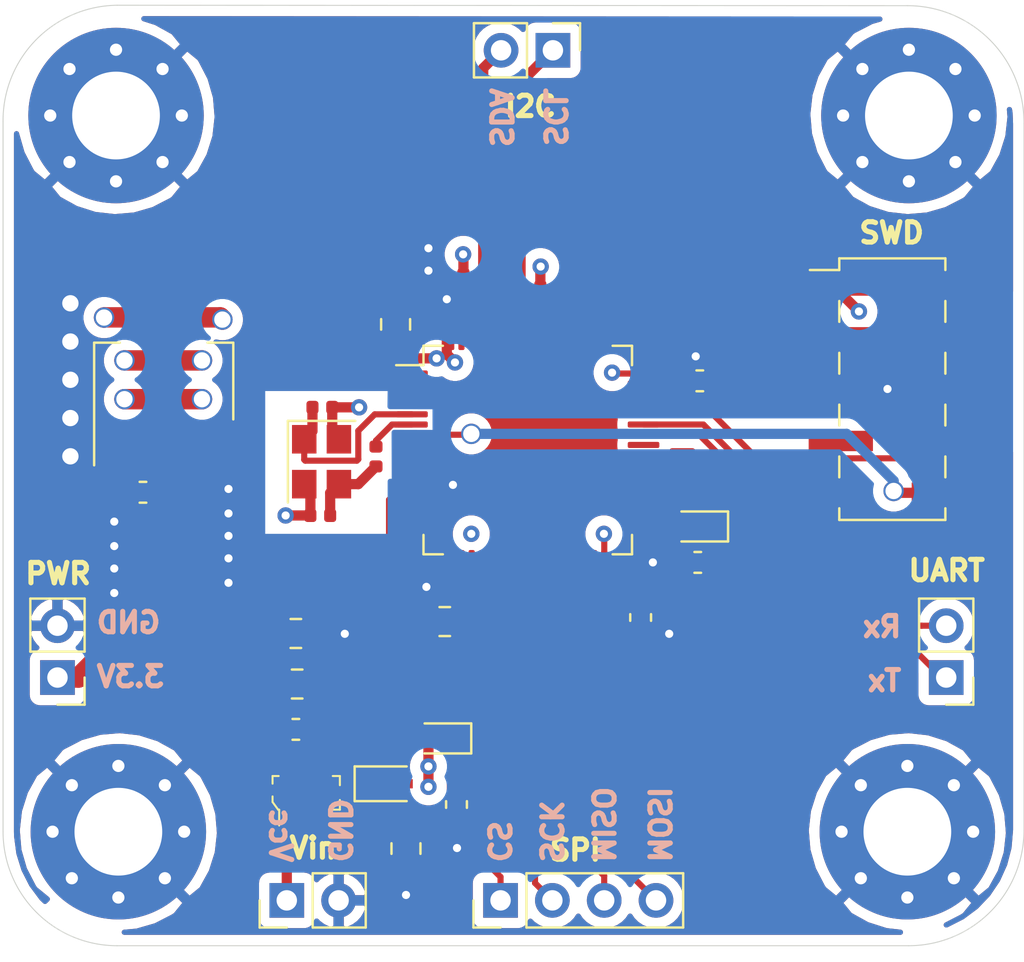
<source format=kicad_pcb>
(kicad_pcb (version 20171130) (host pcbnew "(5.1.5)-3")
  (layers (0 F.Cu signal) (1 In1.Cu power) (2 In2.Cu power) (31 B.Cu signal) (34 B.Paste user) (35 F.Paste user) (36 B.SilkS user) (37 F.SilkS user) (38 B.Mask user) (39 F.Mask user) (44 Edge.Cuts user))
  (net 0 "")
  (net 1 GND)
  (net 2 +3V3)
  (net 3 "Net-(C11-Pad1)")
  (net 4 +3.3VA)
  (net 5 "Net-(C15-Pad1)")
  (net 6 "Net-(C16-Pad1)")
  (net 7 HSE_IN)
  (net 8 "Net-(C18-Pad1)")
  (net 9 "Net-(D1-Pad1)")
  (net 10 "Net-(D2-Pad1)")
  (net 11 "Net-(D2-Pad2)")
  (net 12 "Net-(D3-Pad2)")
  (net 13 "Net-(D3-Pad1)")
  (net 14 "Net-(F1-Pad2)")
  (net 15 SWDIO)
  (net 16 SWCLK)
  (net 17 SWO)
  (net 18 "Net-(J1-Pad7)")
  (net 19 "Net-(J1-Pad8)")
  (net 20 NRST)
  (net 21 SPI1_CS)
  (net 22 SPI1_SCK)
  (net 23 SPI1_MISO)
  (net 24 SPI1_MOSI)
  (net 25 VCC)
  (net 26 USART1_TX)
  (net 27 USART1_RX)
  (net 28 I2C1_SDA)
  (net 29 I2C1_SCL)
  (net 30 HSE_OUT)
  (net 31 BOOT0)
  (net 32 BOOT1)
  (net 33 "Net-(U2-Pad2)")
  (net 34 "Net-(U2-Pad3)")
  (net 35 "Net-(U2-Pad4)")
  (net 36 "Net-(U2-Pad8)")
  (net 37 "Net-(U2-Pad9)")
  (net 38 "Net-(U2-Pad10)")
  (net 39 "Net-(U2-Pad11)")
  (net 40 "Net-(U2-Pad14)")
  (net 41 "Net-(U2-Pad15)")
  (net 42 "Net-(U2-Pad16)")
  (net 43 "Net-(U2-Pad17)")
  (net 44 "Net-(U2-Pad24)")
  (net 45 "Net-(U2-Pad25)")
  (net 46 "Net-(U2-Pad26)")
  (net 47 "Net-(U2-Pad27)")
  (net 48 "Net-(U2-Pad29)")
  (net 49 "Net-(U2-Pad30)")
  (net 50 "Net-(U2-Pad34)")
  (net 51 "Net-(U2-Pad35)")
  (net 52 "Net-(U2-Pad36)")
  (net 53 "Net-(U2-Pad37)")
  (net 54 "Net-(U2-Pad38)")
  (net 55 "Net-(U2-Pad39)")
  (net 56 "Net-(U2-Pad40)")
  (net 57 "Net-(U2-Pad41)")
  (net 58 "Net-(U2-Pad44)")
  (net 59 "Net-(U2-Pad45)")
  (net 60 "Net-(U2-Pad50)")
  (net 61 "Net-(U2-Pad51)")
  (net 62 "Net-(U2-Pad52)")
  (net 63 "Net-(U2-Pad53)")
  (net 64 "Net-(U2-Pad54)")
  (net 65 "Net-(U2-Pad56)")
  (net 66 "Net-(U2-Pad57)")
  (net 67 "Net-(U2-Pad61)")
  (net 68 "Net-(U2-Pad62)")
  (module Connector_PinHeader_2.54mm:PinHeader_2x05_P2.54mm_Vertical_SMD (layer F.Cu) (at 100.7364 79.9084)
    (fp_text reference J1)
    (fp_text value Conn_02x05_Odd_Even)
    (pad 1 smd rect (at -2.525 -5.08) (size 3.15 1) (layers F.Cu F.Paste F.Mask) (net 2 +3V3))
    (pad 2 smd rect (at 2.525 -5.08) (size 3.15 1) (layers F.Cu F.Paste F.Mask) (net 15 SWDIO))
    (pad 3 smd rect (at -2.525 -2.54) (size 3.15 1) (layers F.Cu F.Paste F.Mask) (net 1 GND))
    (pad 4 smd rect (at 2.525 -2.54) (size 3.15 1) (layers F.Cu F.Paste F.Mask) (net 16 SWCLK))
    (pad 5 smd rect (at -2.525 0) (size 3.15 1) (layers F.Cu F.Paste F.Mask) (net 1 GND))
    (pad 6 smd rect (at 2.525 0) (size 3.15 1) (layers F.Cu F.Paste F.Mask) (net 17 SWO))
    (pad 7 smd rect (at -2.525 2.54) (size 3.15 1) (layers F.Cu F.Paste F.Mask) (net 18 "Net-(J1-Pad7)"))
    (pad 8 smd rect (at 2.525 2.54) (size 3.15 1) (layers F.Cu F.Paste F.Mask) (net 19 "Net-(J1-Pad8)"))
    (pad 9 smd rect (at -2.525 5.08) (size 3.15 1) (layers F.Cu F.Paste F.Mask) (net 1 GND))
    (pad 10 smd rect (at 2.525 5.08) (size 3.15 1) (layers F.Cu F.Paste F.Mask) (net 20 NRST))
  )
  (module Capacitor_SMD:C_0603_1608Metric (layer F.Cu) (at 64.008 84.963 180)
    (fp_text reference C1)
    (fp_text value 10μF)
    (pad 2 smd roundrect (at 0.7875 0 180) (size 0.875 0.95) (layers F.Cu F.Paste F.Mask) (net 1 GND))
    (pad 1 smd roundrect (at -0.7875 0 180) (size 0.875 0.95) (layers F.Cu F.Paste F.Mask) (net 2 +3V3))
  )
  (module Capacitor_SMD:C_0402_1005Metric (layer F.Cu) (at 64.008 86.4235 180)
    (fp_text reference C2)
    (fp_text value 100nF)
    (pad 2 smd roundrect (at 0.485 0 180) (size 0.59 0.64) (layers F.Cu F.Paste F.Mask) (net 1 GND))
    (pad 1 smd roundrect (at -0.485 0 180) (size 0.59 0.64) (layers F.Cu F.Paste F.Mask) (net 2 +3V3))
  )
  (module Capacitor_SMD:C_0402_1005Metric (layer F.Cu) (at 64.008 87.5665 180)
    (fp_text reference C3)
    (fp_text value 100nF)
    (pad 2 smd roundrect (at 0.485 0 180) (size 0.59 0.64) (layers F.Cu F.Paste F.Mask) (net 1 GND))
    (pad 1 smd roundrect (at -0.485 0 180) (size 0.59 0.64) (layers F.Cu F.Paste F.Mask) (net 2 +3V3))
  )
  (module Capacitor_SMD:C_0402_1005Metric (layer F.Cu) (at 64.008 88.7095 180)
    (fp_text reference C4)
    (fp_text value 100nF)
    (pad 1 smd roundrect (at -0.485 0 180) (size 0.59 0.64) (layers F.Cu F.Paste F.Mask) (net 2 +3V3))
    (pad 2 smd roundrect (at 0.485 0 180) (size 0.59 0.64) (layers F.Cu F.Paste F.Mask) (net 1 GND))
  )
  (module Capacitor_SMD:C_0402_1005Metric (layer F.Cu) (at 64.008 89.8525 180)
    (fp_text reference C5)
    (fp_text value 100nF)
    (pad 1 smd roundrect (at -0.485 0 180) (size 0.59 0.64) (layers F.Cu F.Paste F.Mask) (net 2 +3V3))
    (pad 2 smd roundrect (at 0.485 0 180) (size 0.59 0.64) (layers F.Cu F.Paste F.Mask) (net 1 GND))
  )
  (module Capacitor_SMD:C_0402_1005Metric (layer F.Cu) (at 66.837 84.836)
    (fp_text reference C6)
    (fp_text value 100nF)
    (pad 2 smd roundrect (at 0.485 0) (size 0.59 0.64) (layers F.Cu F.Paste F.Mask) (net 1 GND))
    (pad 1 smd roundrect (at -0.485 0) (size 0.59 0.64) (layers F.Cu F.Paste F.Mask) (net 2 +3V3))
  )
  (module Capacitor_SMD:C_0402_1005Metric (layer F.Cu) (at 66.837 85.979)
    (fp_text reference C7)
    (fp_text value 100nF)
    (pad 2 smd roundrect (at 0.485 0) (size 0.59 0.64) (layers F.Cu F.Paste F.Mask) (net 1 GND))
    (pad 1 smd roundrect (at -0.485 0) (size 0.59 0.64) (layers F.Cu F.Paste F.Mask) (net 2 +3V3))
  )
  (module Capacitor_SMD:C_0402_1005Metric (layer F.Cu) (at 66.837 87.122)
    (fp_text reference C8)
    (fp_text value 100nF)
    (pad 1 smd roundrect (at -0.485 0) (size 0.59 0.64) (layers F.Cu F.Paste F.Mask) (net 2 +3V3))
    (pad 2 smd roundrect (at 0.485 0) (size 0.59 0.64) (layers F.Cu F.Paste F.Mask) (net 1 GND))
  )
  (module Capacitor_SMD:C_0402_1005Metric (layer F.Cu) (at 66.837 88.265)
    (fp_text reference C9)
    (fp_text value 100nF)
    (pad 2 smd roundrect (at 0.485 0) (size 0.59 0.64) (layers F.Cu F.Paste F.Mask) (net 1 GND))
    (pad 1 smd roundrect (at -0.485 0) (size 0.59 0.64) (layers F.Cu F.Paste F.Mask) (net 2 +3V3))
  )
  (module Capacitor_SMD:C_0402_1005Metric (layer F.Cu) (at 66.837 89.408)
    (fp_text reference C10)
    (fp_text value 100nF)
    (pad 1 smd roundrect (at -0.485 0) (size 0.59 0.64) (layers F.Cu F.Paste F.Mask) (net 2 +3V3))
    (pad 2 smd roundrect (at 0.485 0) (size 0.59 0.64) (layers F.Cu F.Paste F.Mask) (net 1 GND))
  )
  (module Capacitor_SMD:C_0805_2012Metric (layer F.Cu) (at 71.501 91.8845)
    (fp_text reference C11)
    (fp_text value 10μF)
    (pad 2 smd roundrect (at 0.9375 0) (size 0.975 1.4) (layers F.Cu F.Paste F.Mask) (net 1 GND))
    (pad 1 smd roundrect (at -0.9375 0) (size 0.975 1.4) (layers F.Cu F.Paste F.Mask) (net 3 "Net-(C11-Pad1)"))
  )
  (module Capacitor_SMD:C_0805_2012Metric (layer F.Cu) (at 78.8 91.3 180)
    (fp_text reference C12)
    (fp_text value 10μF)
    (pad 2 smd roundrect (at 0.9375 0 180) (size 0.975 1.4) (layers F.Cu F.Paste F.Mask) (net 1 GND))
    (pad 1 smd roundrect (at -0.9375 0 180) (size 0.975 1.4) (layers F.Cu F.Paste F.Mask) (net 2 +3V3))
  )
  (module Capacitor_SMD:C_0402_1005Metric (layer F.Cu) (at 76.3495 74.1634)
    (fp_text reference C13)
    (fp_text value 100nF)
    (pad 2 smd roundrect (at 0.485 0) (size 0.59 0.64) (layers F.Cu F.Paste F.Mask) (net 1 GND))
    (pad 1 smd roundrect (at -0.485 0) (size 0.59 0.64) (layers F.Cu F.Paste F.Mask) (net 4 +3.3VA))
  )
  (module Capacitor_SMD:C_0402_1005Metric (layer F.Cu) (at 76.3495 72.9569)
    (fp_text reference C14)
    (fp_text value 10nF)
    (pad 1 smd roundrect (at -0.485 0) (size 0.59 0.64) (layers F.Cu F.Paste F.Mask) (net 4 +3.3VA))
    (pad 2 smd roundrect (at 0.485 0) (size 0.59 0.64) (layers F.Cu F.Paste F.Mask) (net 1 GND))
  )
  (module Capacitor_SMD:C_0603_1608Metric (layer F.Cu) (at 88.4 91.1 270)
    (fp_text reference C15)
    (fp_text value 2.2μF)
    (pad 1 smd roundrect (at -0.7875 0 270) (size 0.875 0.95) (layers F.Cu F.Paste F.Mask) (net 5 "Net-(C15-Pad1)"))
    (pad 2 smd roundrect (at 0.7875 0 270) (size 0.875 0.95) (layers F.Cu F.Paste F.Mask) (net 1 GND))
  )
  (module Capacitor_SMD:C_0603_1608Metric (layer F.Cu) (at 91.3 79.5)
    (fp_text reference C16)
    (fp_text value 2.2μF)
    (pad 1 smd roundrect (at -0.7875 0) (size 0.875 0.95) (layers F.Cu F.Paste F.Mask) (net 6 "Net-(C16-Pad1)"))
    (pad 2 smd roundrect (at 0.7875 0) (size 0.875 0.95) (layers F.Cu F.Paste F.Mask) (net 1 GND))
  )
  (module Capacitor_SMD:C_0402_1005Metric (layer F.Cu) (at 72.8 80.8)
    (fp_text reference C17)
    (fp_text value 12pF)
    (pad 2 smd roundrect (at 0.485 0) (size 0.59 0.64) (layers F.Cu F.Paste F.Mask) (net 1 GND))
    (pad 1 smd roundrect (at -0.485 0) (size 0.59 0.64) (layers F.Cu F.Paste F.Mask) (net 7 HSE_IN))
  )
  (module Capacitor_SMD:C_0402_1005Metric (layer F.Cu) (at 72.698 86.1 180)
    (fp_text reference C18)
    (fp_text value 12pF)
    (pad 1 smd roundrect (at -0.485 0 180) (size 0.59 0.64) (layers F.Cu F.Paste F.Mask) (net 8 "Net-(C18-Pad1)"))
    (pad 2 smd roundrect (at 0.485 0 180) (size 0.59 0.64) (layers F.Cu F.Paste F.Mask) (net 1 GND))
  )
  (module LED_SMD:LED_0603_1608Metric (layer F.Cu) (at 78.613 97.028 180)
    (fp_text reference D1)
    (fp_text value LED_Small)
    (pad 1 smd roundrect (at -0.7875 0 180) (size 0.875 0.95) (layers F.Cu F.Paste F.Mask) (net 9 "Net-(D1-Pad1)"))
    (pad 2 smd roundrect (at 0.7875 0 180) (size 0.875 0.95) (layers F.Cu F.Paste F.Mask) (net 2 +3V3))
  )
  (module Diode_SMD:D_SOD-323 (layer F.Cu) (at 75.8825 99.2505)
    (fp_text reference D2)
    (fp_text value "10V Zener")
    (pad 1 smd rect (at -1.05 0) (size 0.6 0.45) (layers F.Cu F.Paste F.Mask) (net 10 "Net-(D2-Pad1)"))
    (pad 2 smd rect (at 1.05 0) (size 0.6 0.45) (layers F.Cu F.Paste F.Mask) (net 11 "Net-(D2-Pad2)"))
  )
  (module LED_SMD:LED_0603_1608Metric (layer F.Cu) (at 91.2 86.6394 180)
    (fp_text reference D3)
    (fp_text value LED_Small)
    (pad 2 smd roundrect (at 0.7875 0 180) (size 0.875 0.95) (layers F.Cu F.Paste F.Mask) (net 12 "Net-(D3-Pad2)"))
    (pad 1 smd roundrect (at -0.7875 0 180) (size 0.875 0.95) (layers F.Cu F.Paste F.Mask) (net 13 "Net-(D3-Pad1)"))
  )
  (module Fuse:Fuse_0603_1608Metric (layer F.Cu) (at 71.501 96.5835)
    (fp_text reference F1)
    (fp_text value 500mA)
    (pad 2 smd roundrect (at 0.7875 0) (size 0.875 0.95) (layers F.Cu F.Paste F.Mask) (net 14 "Net-(F1-Pad2)"))
    (pad 1 smd roundrect (at -0.7875 0) (size 0.875 0.95) (layers F.Cu F.Paste F.Mask) (net 10 "Net-(D2-Pad1)"))
  )
  (module Inductor_SMD:L_0805_2012Metric (layer F.Cu) (at 71.5645 94.361)
    (fp_text reference FB1)
    (fp_text value "100Ω @ 100MHz")
    (pad 2 smd roundrect (at 0.9375 0) (size 0.975 1.4) (layers F.Cu F.Paste F.Mask) (net 14 "Net-(F1-Pad2)"))
    (pad 1 smd roundrect (at -0.9375 0) (size 0.975 1.4) (layers F.Cu F.Paste F.Mask) (net 3 "Net-(C11-Pad1)"))
  )
  (module Inductor_SMD:L_0805_2012Metric (layer F.Cu) (at 76.3905 76.7334 270)
    (fp_text reference FB2)
    (fp_text value "100Ω @ 100MHz")
    (pad 2 smd roundrect (at 0.9375 0 270) (size 0.975 1.4) (layers F.Cu F.Paste F.Mask) (net 2 +3V3))
    (pad 1 smd roundrect (at -0.9375 0 270) (size 0.975 1.4) (layers F.Cu F.Paste F.Mask) (net 4 +3.3VA))
  )
  (module MountingHole:MountingHole_4.3mm_M4_Pad_Via (layer F.Cu) (at 62.6872 66.4972)
    (fp_text reference H1)
    (fp_text value MountingHole_Pad)
    (pad 1 thru_hole circle (at 0 0) (size 8.6 8.6) (drill 4.3) (layers *.Cu *.Mask) (net 1 GND))
    (pad 1 thru_hole circle (at 3.225 0) (size 0.9 0.9) (drill 0.6) (layers *.Cu *.Mask) (net 1 GND))
    (pad 1 thru_hole circle (at 2.280419 2.280419) (size 0.9 0.9) (drill 0.6) (layers *.Cu *.Mask) (net 1 GND))
    (pad 1 thru_hole circle (at 0 3.225) (size 0.9 0.9) (drill 0.6) (layers *.Cu *.Mask) (net 1 GND))
    (pad 1 thru_hole circle (at -2.280419 2.280419) (size 0.9 0.9) (drill 0.6) (layers *.Cu *.Mask) (net 1 GND))
    (pad 1 thru_hole circle (at -3.225 0) (size 0.9 0.9) (drill 0.6) (layers *.Cu *.Mask) (net 1 GND))
    (pad 1 thru_hole circle (at -2.280419 -2.280419) (size 0.9 0.9) (drill 0.6) (layers *.Cu *.Mask) (net 1 GND))
    (pad 1 thru_hole circle (at 0 -3.225) (size 0.9 0.9) (drill 0.6) (layers *.Cu *.Mask) (net 1 GND))
    (pad 1 thru_hole circle (at 2.280419 -2.280419) (size 0.9 0.9) (drill 0.6) (layers *.Cu *.Mask) (net 1 GND))
  )
  (module MountingHole:MountingHole_4.3mm_M4_Pad_Via (layer F.Cu) (at 101.5492 66.4972)
    (fp_text reference H2)
    (fp_text value MountingHole_Pad)
    (pad 1 thru_hole circle (at 0 0) (size 8.6 8.6) (drill 4.3) (layers *.Cu *.Mask) (net 1 GND))
    (pad 1 thru_hole circle (at 3.225 0) (size 0.9 0.9) (drill 0.6) (layers *.Cu *.Mask) (net 1 GND))
    (pad 1 thru_hole circle (at 2.280419 2.280419) (size 0.9 0.9) (drill 0.6) (layers *.Cu *.Mask) (net 1 GND))
    (pad 1 thru_hole circle (at 0 3.225) (size 0.9 0.9) (drill 0.6) (layers *.Cu *.Mask) (net 1 GND))
    (pad 1 thru_hole circle (at -2.280419 2.280419) (size 0.9 0.9) (drill 0.6) (layers *.Cu *.Mask) (net 1 GND))
    (pad 1 thru_hole circle (at -3.225 0) (size 0.9 0.9) (drill 0.6) (layers *.Cu *.Mask) (net 1 GND))
    (pad 1 thru_hole circle (at -2.280419 -2.280419) (size 0.9 0.9) (drill 0.6) (layers *.Cu *.Mask) (net 1 GND))
    (pad 1 thru_hole circle (at 0 -3.225) (size 0.9 0.9) (drill 0.6) (layers *.Cu *.Mask) (net 1 GND))
    (pad 1 thru_hole circle (at 2.280419 -2.280419) (size 0.9 0.9) (drill 0.6) (layers *.Cu *.Mask) (net 1 GND))
  )
  (module MountingHole:MountingHole_4.3mm_M4_Pad_Via (layer F.Cu) (at 62.8015 101.6)
    (fp_text reference H3)
    (fp_text value MountingHole_Pad)
    (pad 1 thru_hole circle (at 0 0) (size 8.6 8.6) (drill 4.3) (layers *.Cu *.Mask) (net 1 GND))
    (pad 1 thru_hole circle (at 3.225 0) (size 0.9 0.9) (drill 0.6) (layers *.Cu *.Mask) (net 1 GND))
    (pad 1 thru_hole circle (at 2.280419 2.280419) (size 0.9 0.9) (drill 0.6) (layers *.Cu *.Mask) (net 1 GND))
    (pad 1 thru_hole circle (at 0 3.225) (size 0.9 0.9) (drill 0.6) (layers *.Cu *.Mask) (net 1 GND))
    (pad 1 thru_hole circle (at -2.280419 2.280419) (size 0.9 0.9) (drill 0.6) (layers *.Cu *.Mask) (net 1 GND))
    (pad 1 thru_hole circle (at -3.225 0) (size 0.9 0.9) (drill 0.6) (layers *.Cu *.Mask) (net 1 GND))
    (pad 1 thru_hole circle (at -2.280419 -2.280419) (size 0.9 0.9) (drill 0.6) (layers *.Cu *.Mask) (net 1 GND))
    (pad 1 thru_hole circle (at 0 -3.225) (size 0.9 0.9) (drill 0.6) (layers *.Cu *.Mask) (net 1 GND))
    (pad 1 thru_hole circle (at 2.280419 -2.280419) (size 0.9 0.9) (drill 0.6) (layers *.Cu *.Mask) (net 1 GND))
  )
  (module MountingHole:MountingHole_4.3mm_M4_Pad_Via (layer F.Cu) (at 101.473 101.6)
    (fp_text reference H4)
    (fp_text value MountingHole_Pad)
    (pad 1 thru_hole circle (at 2.280419 -2.280419) (size 0.9 0.9) (drill 0.6) (layers *.Cu *.Mask) (net 1 GND))
    (pad 1 thru_hole circle (at 0 -3.225) (size 0.9 0.9) (drill 0.6) (layers *.Cu *.Mask) (net 1 GND))
    (pad 1 thru_hole circle (at -2.280419 -2.280419) (size 0.9 0.9) (drill 0.6) (layers *.Cu *.Mask) (net 1 GND))
    (pad 1 thru_hole circle (at -3.225 0) (size 0.9 0.9) (drill 0.6) (layers *.Cu *.Mask) (net 1 GND))
    (pad 1 thru_hole circle (at -2.280419 2.280419) (size 0.9 0.9) (drill 0.6) (layers *.Cu *.Mask) (net 1 GND))
    (pad 1 thru_hole circle (at 0 3.225) (size 0.9 0.9) (drill 0.6) (layers *.Cu *.Mask) (net 1 GND))
    (pad 1 thru_hole circle (at 2.280419 2.280419) (size 0.9 0.9) (drill 0.6) (layers *.Cu *.Mask) (net 1 GND))
    (pad 1 thru_hole circle (at 3.225 0) (size 0.9 0.9) (drill 0.6) (layers *.Cu *.Mask) (net 1 GND))
    (pad 1 thru_hole circle (at 0 0) (size 8.6 8.6) (drill 4.3) (layers *.Cu *.Mask) (net 1 GND))
  )
  (module Crystal:Crystal_SMD_3225-4Pin_3.2x2.5mm (layer F.Cu) (at 72.7615 83.4644 270)
    (fp_text reference HSE1)
    (fp_text value 16MHz)
    (pad 4 smd rect (at -1.1 -0.85 270) (size 1.4 1.2) (layers F.Cu F.Paste F.Mask) (net 1 GND))
    (pad 3 smd rect (at 1.1 -0.85 270) (size 1.4 1.2) (layers F.Cu F.Paste F.Mask) (net 8 "Net-(C18-Pad1)"))
    (pad 2 smd rect (at 1.1 0.85 270) (size 1.4 1.2) (layers F.Cu F.Paste F.Mask) (net 1 GND))
    (pad 1 smd rect (at -1.1 0.85 270) (size 1.4 1.2) (layers F.Cu F.Paste F.Mask) (net 7 HSE_IN))
  )
  (module Connector_PinHeader_2.54mm:PinHeader_1x04_P2.54mm_Vertical (layer F.Cu) (at 81.534 104.9655 90)
    (fp_text reference J2)
    (fp_text value Conn_01x04)
    (pad 1 thru_hole rect (at 0 0 90) (size 1.7 1.7) (drill 1) (layers *.Cu *.Mask) (net 21 SPI1_CS))
    (pad 2 thru_hole oval (at 0 2.54 90) (size 1.7 1.7) (drill 1) (layers *.Cu *.Mask) (net 22 SPI1_SCK))
    (pad 3 thru_hole oval (at 0 5.08 90) (size 1.7 1.7) (drill 1) (layers *.Cu *.Mask) (net 23 SPI1_MISO))
    (pad 4 thru_hole oval (at 0 7.62 90) (size 1.7 1.7) (drill 1) (layers *.Cu *.Mask) (net 24 SPI1_MOSI))
  )
  (module Connector_PinHeader_2.54mm:PinHeader_1x02_P2.54mm_Vertical (layer F.Cu) (at 71.0565 104.9655 90)
    (fp_text reference J3)
    (fp_text value Conn_01x02)
    (pad 1 thru_hole rect (at 0 0 90) (size 1.7 1.7) (drill 1) (layers *.Cu *.Mask) (net 25 VCC))
    (pad 2 thru_hole oval (at 0 2.54 90) (size 1.7 1.7) (drill 1) (layers *.Cu *.Mask) (net 1 GND))
  )
  (module Connector_PinHeader_2.54mm:PinHeader_1x02_P2.54mm_Vertical (layer F.Cu) (at 59.817 94.0435 180)
    (fp_text reference J4)
    (fp_text value Conn_01x02)
    (pad 2 thru_hole oval (at 0 2.54 180) (size 1.7 1.7) (drill 1) (layers *.Cu *.Mask) (net 1 GND))
    (pad 1 thru_hole rect (at 0 0 180) (size 1.7 1.7) (drill 1) (layers *.Cu *.Mask) (net 2 +3V3))
  )
  (module Connector_PinHeader_2.54mm:PinHeader_1x02_P2.54mm_Vertical (layer F.Cu) (at 103.378 94.0435 180)
    (fp_text reference J5)
    (fp_text value Conn_01x02)
    (pad 1 thru_hole rect (at 0 0 180) (size 1.7 1.7) (drill 1) (layers *.Cu *.Mask) (net 26 USART1_TX))
    (pad 2 thru_hole oval (at 0 2.54 180) (size 1.7 1.7) (drill 1) (layers *.Cu *.Mask) (net 27 USART1_RX))
  )
  (module Connector_PinHeader_2.54mm:PinHeader_1x02_P2.54mm_Vertical (layer F.Cu) (at 84.1 63.3 270)
    (fp_text reference J6)
    (fp_text value Conn_01x02)
    (pad 2 thru_hole oval (at 0 2.54 270) (size 1.7 1.7) (drill 1) (layers *.Cu *.Mask) (net 28 I2C1_SDA))
    (pad 1 thru_hole rect (at 0 0 270) (size 1.7 1.7) (drill 1) (layers *.Cu *.Mask) (net 29 I2C1_SCL))
  )
  (module digikey-footprints:SOT-23-3 (layer F.Cu) (at 72.009 99.695 90)
    (fp_text reference Q1)
    (fp_text value DMG2305UX-13)
    (pad 3 smd rect (at 1.05 0 90) (size 1.3 0.6) (layers F.Cu F.Paste F.Mask) (net 10 "Net-(D2-Pad1)"))
    (pad 2 smd rect (at -1.05 0.95 90) (size 1.3 0.6) (layers F.Cu F.Paste F.Mask) (net 11 "Net-(D2-Pad2)"))
    (pad 1 smd rect (at -1.05 -0.95 90) (size 1.3 0.6) (layers F.Cu F.Paste F.Mask) (net 25 VCC))
  )
  (module Resistor_SMD:R_0603_1608Metric (layer F.Cu) (at 79.375 100.2665 90)
    (fp_text reference R1)
    (fp_text value "2.2KΩ ")
    (pad 2 smd roundrect (at 0.7875 0 90) (size 0.875 0.95) (layers F.Cu F.Paste F.Mask) (net 9 "Net-(D1-Pad1)"))
    (pad 1 smd roundrect (at -0.7875 0 90) (size 0.875 0.95) (layers F.Cu F.Paste F.Mask) (net 1 GND))
  )
  (module Resistor_SMD:R_0805_2012Metric (layer F.Cu) (at 76.8985 102.4255 270)
    (fp_text reference R2)
    (fp_text value "100KΩ ")
    (pad 1 smd roundrect (at -0.9375 0 270) (size 0.975 1.4) (layers F.Cu F.Paste F.Mask) (net 11 "Net-(D2-Pad2)"))
    (pad 2 smd roundrect (at 0.9375 0 270) (size 0.975 1.4) (layers F.Cu F.Paste F.Mask) (net 1 GND))
  )
  (module Resistor_SMD:R_0402_1005Metric (layer F.Cu) (at 75.4285 83.2104 270)
    (fp_text reference R3)
    (fp_text value "220Ω ")
    (pad 2 smd roundrect (at 0.485 0 270) (size 0.59 0.64) (layers F.Cu F.Paste F.Mask) (net 8 "Net-(C18-Pad1)"))
    (pad 1 smd roundrect (at -0.485 0 270) (size 0.59 0.64) (layers F.Cu F.Paste F.Mask) (net 30 HSE_OUT))
  )
  (module Resistor_SMD:R_0603_1608Metric (layer F.Cu) (at 91.2 88.4)
    (fp_text reference R4)
    (fp_text value "2.2KΩ ")
    (pad 2 smd roundrect (at 0.7875 0) (size 0.875 0.95) (layers F.Cu F.Paste F.Mask) (net 13 "Net-(D3-Pad1)"))
    (pad 1 smd roundrect (at -0.7875 0) (size 0.875 0.95) (layers F.Cu F.Paste F.Mask) (net 1 GND))
  )
  (module Resistor_SMD:R_0402_1005Metric (layer F.Cu) (at 83 74.9)
    (fp_text reference R5)
    (fp_text value "2.2KΩ ")
    (pad 2 smd roundrect (at 0.485 0) (size 0.59 0.64) (layers F.Cu F.Paste F.Mask) (net 2 +3V3))
    (pad 1 smd roundrect (at -0.485 0) (size 0.59 0.64) (layers F.Cu F.Paste F.Mask) (net 29 I2C1_SCL))
  )
  (module Resistor_SMD:R_0402_1005Metric (layer F.Cu) (at 80.2 74.3 180)
    (fp_text reference R6)
    (fp_text value "2.2KΩ ")
    (pad 1 smd roundrect (at -0.485 0 180) (size 0.59 0.64) (layers F.Cu F.Paste F.Mask) (net 28 I2C1_SDA))
    (pad 2 smd roundrect (at 0.485 0 180) (size 0.59 0.64) (layers F.Cu F.Paste F.Mask) (net 2 +3V3))
  )
  (module Resistor_SMD:R_0402_1005Metric (layer F.Cu) (at 80.2 75.4634)
    (fp_text reference R7)
    (fp_text value "10KΩ ")
    (pad 2 smd roundrect (at 0.485 0) (size 0.59 0.64) (layers F.Cu F.Paste F.Mask) (net 31 BOOT0))
    (pad 1 smd roundrect (at -0.485 0) (size 0.59 0.64) (layers F.Cu F.Paste F.Mask) (net 1 GND))
  )
  (module Resistor_SMD:R_0402_1005Metric (layer F.Cu) (at 85.09 90.3224 180)
    (fp_text reference R8)
    (fp_text value "10KΩ ")
    (pad 1 smd roundrect (at -0.485 0 180) (size 0.59 0.64) (layers F.Cu F.Paste F.Mask) (net 1 GND))
    (pad 2 smd roundrect (at 0.485 0 180) (size 0.59 0.64) (layers F.Cu F.Paste F.Mask) (net 32 BOOT1))
  )
  (module Package_TO_SOT_SMD:SOT-223-3_TabPin2 (layer F.Cu) (at 65.024 79.5405 90)
    (fp_text reference U1)
    (fp_text value AMS1117-3.3)
    (pad 2 smd rect (at 3.15 0 90) (size 2 3.8) (layers F.Cu F.Paste F.Mask) (net 2 +3V3))
    (pad 2 smd rect (at -3.15 0 90) (size 2 1.5) (layers F.Cu F.Paste F.Mask) (net 2 +3V3))
    (pad 3 smd rect (at -3.15 2.3 90) (size 2 1.5) (layers F.Cu F.Paste F.Mask) (net 3 "Net-(C11-Pad1)"))
    (pad 1 smd rect (at -3.15 -2.3 90) (size 2 1.5) (layers F.Cu F.Paste F.Mask) (net 1 GND))
  )
  (module Package_QFP:LQFP-64_10x10mm_P0.5mm (layer F.Cu) (at 82.8675 82.8929)
    (fp_text reference U2)
    (fp_text value STM32F405RGTx)
    (pad 1 smd roundrect (at -5.675 -3.75) (size 1.55 0.3) (layers F.Cu F.Paste F.Mask) (net 2 +3V3))
    (pad 2 smd roundrect (at -5.675 -3.25) (size 1.55 0.3) (layers F.Cu F.Paste F.Mask) (net 33 "Net-(U2-Pad2)"))
    (pad 3 smd roundrect (at -5.675 -2.75) (size 1.55 0.3) (layers F.Cu F.Paste F.Mask) (net 34 "Net-(U2-Pad3)"))
    (pad 4 smd roundrect (at -5.675 -2.25) (size 1.55 0.3) (layers F.Cu F.Paste F.Mask) (net 35 "Net-(U2-Pad4)"))
    (pad 5 smd roundrect (at -5.675 -1.75) (size 1.55 0.3) (layers F.Cu F.Paste F.Mask) (net 7 HSE_IN))
    (pad 6 smd roundrect (at -5.675 -1.25) (size 1.55 0.3) (layers F.Cu F.Paste F.Mask) (net 30 HSE_OUT))
    (pad 7 smd roundrect (at -5.675 -0.75) (size 1.55 0.3) (layers F.Cu F.Paste F.Mask) (net 20 NRST))
    (pad 8 smd roundrect (at -5.675 -0.25) (size 1.55 0.3) (layers F.Cu F.Paste F.Mask) (net 36 "Net-(U2-Pad8)"))
    (pad 9 smd roundrect (at -5.675 0.25) (size 1.55 0.3) (layers F.Cu F.Paste F.Mask) (net 37 "Net-(U2-Pad9)"))
    (pad 10 smd roundrect (at -5.675 0.75) (size 1.55 0.3) (layers F.Cu F.Paste F.Mask) (net 38 "Net-(U2-Pad10)"))
    (pad 11 smd roundrect (at -5.675 1.25) (size 1.55 0.3) (layers F.Cu F.Paste F.Mask) (net 39 "Net-(U2-Pad11)"))
    (pad 12 smd roundrect (at -5.675 1.75) (size 1.55 0.3) (layers F.Cu F.Paste F.Mask) (net 1 GND))
    (pad 13 smd roundrect (at -5.675 2.25) (size 1.55 0.3) (layers F.Cu F.Paste F.Mask) (net 4 +3.3VA))
    (pad 14 smd roundrect (at -5.675 2.75) (size 1.55 0.3) (layers F.Cu F.Paste F.Mask) (net 40 "Net-(U2-Pad14)"))
    (pad 15 smd roundrect (at -5.675 3.25) (size 1.55 0.3) (layers F.Cu F.Paste F.Mask) (net 41 "Net-(U2-Pad15)"))
    (pad 16 smd roundrect (at -5.675 3.75) (size 1.55 0.3) (layers F.Cu F.Paste F.Mask) (net 42 "Net-(U2-Pad16)"))
    (pad 17 smd roundrect (at -3.75 5.675) (size 0.3 1.55) (layers F.Cu F.Paste F.Mask) (net 43 "Net-(U2-Pad17)"))
    (pad 18 smd roundrect (at -3.25 5.675) (size 0.3 1.55) (layers F.Cu F.Paste F.Mask) (net 1 GND))
    (pad 19 smd roundrect (at -2.75 5.675) (size 0.3 1.55) (layers F.Cu F.Paste F.Mask) (net 2 +3V3))
    (pad 20 smd roundrect (at -2.25 5.675) (size 0.3 1.55) (layers F.Cu F.Paste F.Mask) (net 21 SPI1_CS))
    (pad 21 smd roundrect (at -1.75 5.675) (size 0.3 1.55) (layers F.Cu F.Paste F.Mask) (net 22 SPI1_SCK))
    (pad 22 smd roundrect (at -1.25 5.675) (size 0.3 1.55) (layers F.Cu F.Paste F.Mask) (net 23 SPI1_MISO))
    (pad 23 smd roundrect (at -0.75 5.675) (size 0.3 1.55) (layers F.Cu F.Paste F.Mask) (net 24 SPI1_MOSI))
    (pad 24 smd roundrect (at -0.25 5.675) (size 0.3 1.55) (layers F.Cu F.Paste F.Mask) (net 44 "Net-(U2-Pad24)"))
    (pad 25 smd roundrect (at 0.25 5.675) (size 0.3 1.55) (layers F.Cu F.Paste F.Mask) (net 45 "Net-(U2-Pad25)"))
    (pad 26 smd roundrect (at 0.75 5.675) (size 0.3 1.55) (layers F.Cu F.Paste F.Mask) (net 46 "Net-(U2-Pad26)"))
    (pad 27 smd roundrect (at 1.25 5.675) (size 0.3 1.55) (layers F.Cu F.Paste F.Mask) (net 47 "Net-(U2-Pad27)"))
    (pad 28 smd roundrect (at 1.75 5.675) (size 0.3 1.55) (layers F.Cu F.Paste F.Mask) (net 32 BOOT1))
    (pad 29 smd roundrect (at 2.25 5.675) (size 0.3 1.55) (layers F.Cu F.Paste F.Mask) (net 48 "Net-(U2-Pad29)"))
    (pad 30 smd roundrect (at 2.75 5.675) (size 0.3 1.55) (layers F.Cu F.Paste F.Mask) (net 49 "Net-(U2-Pad30)"))
    (pad 31 smd roundrect (at 3.25 5.675) (size 0.3 1.55) (layers F.Cu F.Paste F.Mask) (net 5 "Net-(C15-Pad1)"))
    (pad 32 smd roundrect (at 3.75 5.675) (size 0.3 1.55) (layers F.Cu F.Paste F.Mask) (net 2 +3V3))
    (pad 33 smd roundrect (at 5.675 3.75) (size 1.55 0.3) (layers F.Cu F.Paste F.Mask) (net 12 "Net-(D3-Pad2)"))
    (pad 34 smd roundrect (at 5.675 3.25) (size 1.55 0.3) (layers F.Cu F.Paste F.Mask) (net 50 "Net-(U2-Pad34)"))
    (pad 35 smd roundrect (at 5.675 2.75) (size 1.55 0.3) (layers F.Cu F.Paste F.Mask) (net 51 "Net-(U2-Pad35)"))
    (pad 36 smd roundrect (at 5.675 2.25) (size 1.55 0.3) (layers F.Cu F.Paste F.Mask) (net 52 "Net-(U2-Pad36)"))
    (pad 37 smd roundrect (at 5.675 1.75) (size 1.55 0.3) (layers F.Cu F.Paste F.Mask) (net 53 "Net-(U2-Pad37)"))
    (pad 38 smd roundrect (at 5.675 1.25) (size 1.55 0.3) (layers F.Cu F.Paste F.Mask) (net 54 "Net-(U2-Pad38)"))
    (pad 39 smd roundrect (at 5.675 0.75) (size 1.55 0.3) (layers F.Cu F.Paste F.Mask) (net 55 "Net-(U2-Pad39)"))
    (pad 40 smd roundrect (at 5.675 0.25) (size 1.55 0.3) (layers F.Cu F.Paste F.Mask) (net 56 "Net-(U2-Pad40)"))
    (pad 41 smd roundrect (at 5.675 -0.25) (size 1.55 0.3) (layers F.Cu F.Paste F.Mask) (net 57 "Net-(U2-Pad41)"))
    (pad 42 smd roundrect (at 5.675 -0.75) (size 1.55 0.3) (layers F.Cu F.Paste F.Mask) (net 26 USART1_TX))
    (pad 43 smd roundrect (at 5.675 -1.25) (size 1.55 0.3) (layers F.Cu F.Paste F.Mask) (net 27 USART1_RX))
    (pad 44 smd roundrect (at 5.675 -1.75) (size 1.55 0.3) (layers F.Cu F.Paste F.Mask) (net 58 "Net-(U2-Pad44)"))
    (pad 45 smd roundrect (at 5.675 -2.25) (size 1.55 0.3) (layers F.Cu F.Paste F.Mask) (net 59 "Net-(U2-Pad45)"))
    (pad 46 smd roundrect (at 5.675 -2.75) (size 1.55 0.3) (layers F.Cu F.Paste F.Mask) (net 15 SWDIO))
    (pad 47 smd roundrect (at 5.675 -3.25) (size 1.55 0.3) (layers F.Cu F.Paste F.Mask) (net 6 "Net-(C16-Pad1)"))
    (pad 48 smd roundrect (at 5.675 -3.75) (size 1.55 0.3) (layers F.Cu F.Paste F.Mask) (net 2 +3V3))
    (pad 49 smd roundrect (at 3.75 -5.675) (size 0.3 1.55) (layers F.Cu F.Paste F.Mask) (net 16 SWCLK))
    (pad 50 smd roundrect (at 3.25 -5.675) (size 0.3 1.55) (layers F.Cu F.Paste F.Mask) (net 60 "Net-(U2-Pad50)"))
    (pad 51 smd roundrect (at 2.75 -5.675) (size 0.3 1.55) (layers F.Cu F.Paste F.Mask) (net 61 "Net-(U2-Pad51)"))
    (pad 52 smd roundrect (at 2.25 -5.675) (size 0.3 1.55) (layers F.Cu F.Paste F.Mask) (net 62 "Net-(U2-Pad52)"))
    (pad 53 smd roundrect (at 1.75 -5.675) (size 0.3 1.55) (layers F.Cu F.Paste F.Mask) (net 63 "Net-(U2-Pad53)"))
    (pad 54 smd roundrect (at 1.25 -5.675) (size 0.3 1.55) (layers F.Cu F.Paste F.Mask) (net 64 "Net-(U2-Pad54)"))
    (pad 55 smd roundrect (at 0.75 -5.675) (size 0.3 1.55) (layers F.Cu F.Paste F.Mask) (net 17 SWO))
    (pad 56 smd roundrect (at 0.25 -5.675) (size 0.3 1.55) (layers F.Cu F.Paste F.Mask) (net 65 "Net-(U2-Pad56)"))
    (pad 57 smd roundrect (at -0.25 -5.675) (size 0.3 1.55) (layers F.Cu F.Paste F.Mask) (net 66 "Net-(U2-Pad57)"))
    (pad 58 smd roundrect (at -0.75 -5.675) (size 0.3 1.55) (layers F.Cu F.Paste F.Mask) (net 29 I2C1_SCL))
    (pad 59 smd roundrect (at -1.25 -5.675) (size 0.3 1.55) (layers F.Cu F.Paste F.Mask) (net 28 I2C1_SDA))
    (pad 60 smd roundrect (at -1.75 -5.675) (size 0.3 1.55) (layers F.Cu F.Paste F.Mask) (net 31 BOOT0))
    (pad 61 smd roundrect (at -2.25 -5.675) (size 0.3 1.55) (layers F.Cu F.Paste F.Mask) (net 67 "Net-(U2-Pad61)"))
    (pad 62 smd roundrect (at -2.75 -5.675) (size 0.3 1.55) (layers F.Cu F.Paste F.Mask) (net 68 "Net-(U2-Pad62)"))
    (pad 63 smd roundrect (at -3.25 -5.675) (size 0.3 1.55) (layers F.Cu F.Paste F.Mask) (net 1 GND))
    (pad 64 smd roundrect (at -3.75 -5.675) (size 0.3 1.55) (layers F.Cu F.Paste F.Mask) (net 2 +3V3))
  )
  (gr_text 3.3V (at 63.395238 94) (layer B.SilkS) (effects (font (size 1 1) (thickness 0.25)) (justify mirror)))
  (gr_text GND (at 63.3 91.35) (layer B.SilkS) (effects (font (size 1 1) (thickness 0.25)) (justify mirror)))
  (gr_text Vcc (at 70.75 101.773809 270) (layer B.SilkS) (effects (font (size 1 1) (thickness 0.25)) (justify mirror)))
  (gr_text GND (at 73.65 101.535714 270) (layer B.SilkS) (effects (font (size 1 1) (thickness 0.25)) (justify mirror)))
  (gr_text CS (at 81.45 102.083333 270) (layer B.SilkS) (effects (font (size 1 1) (thickness 0.25)) (justify mirror)))
  (gr_text SCK (at 84 101.583333 270) (layer B.SilkS) (effects (font (size 1 1) (thickness 0.25)) (justify mirror)))
  (gr_text MISO (at 86.55 101.25 270) (layer B.SilkS) (effects (font (size 1 1) (thickness 0.25)) (justify mirror)))
  (gr_text MOSI (at 89.3 101.25 270) (layer B.SilkS) (effects (font (size 1 1) (thickness 0.25)) (justify mirror)))
  (gr_text Tx (at 100.35 94.2) (layer B.SilkS) (effects (font (size 1 1) (thickness 0.25)) (justify mirror)))
  (gr_text Rx (at 100.230953 91.55) (layer B.SilkS) (effects (font (size 1 1) (thickness 0.25)) (justify mirror)))
  (gr_text SCL (at 84.2 66.576191 270) (layer B.SilkS) (effects (font (size 1 1) (thickness 0.25)) (justify mirror)))
  (gr_text SDA (at 81.55 66.6 270) (layer B.SilkS) (effects (font (size 1 1) (thickness 0.25)) (justify mirror)))
  (gr_text SPI (at 85.2 102.5) (layer F.SilkS) (effects (font (size 1 1) (thickness 0.25))))
  (gr_text Vin (at 72.35 102.4) (layer F.SilkS) (effects (font (size 1 1) (thickness 0.25))))
  (gr_text PWR (at 59.85 88.95) (layer F.SilkS) (effects (font (size 1 1) (thickness 0.25))))
  (gr_text UART (at 103.4 88.8) (layer F.SilkS) (effects (font (size 1 1) (thickness 0.25))))
  (gr_text SWD (at 100.7 72.25) (layer F.SilkS) (effects (font (size 1 1) (thickness 0.25))))
  (gr_text I2C (at 83 66.05) (layer F.SilkS) (effects (font (size 1 1) (thickness 0.25))))
  (gr_arc (start 101.5365 101.5365) (end 101.5365 107.188) (angle -90) (layer Edge.Cuts) (width 0.05))
  (gr_arc (start 62.738 101.6) (end 57.15 101.6) (angle -90) (layer Edge.Cuts) (width 0.05))
  (gr_arc (start 62.8015 66.743131) (end 62.738001 61.091632) (angle -89.95306374) (layer Edge.Cuts) (width 0.05))
  (gr_arc (start 101.473 66.827752) (end 107.187999 66.891251) (angle -90.63659358) (layer Edge.Cuts) (width 0.05))
  (gr_line (start 57.15 101.6) (end 57.149951 66.802) (layer Edge.Cuts) (width 0.05))
  (gr_line (start 101.5365 107.188) (end 62.738 107.188) (layer Edge.Cuts) (width 0.05))
  (gr_line (start 107.187999 66.891251) (end 107.188 101.5365) (layer Edge.Cuts) (width 0.05))
  (gr_line (start 62.738001 61.091632) (end 101.472999 61.1124) (layer Edge.Cuts) (width 0.05))
  (via (at 74.6 80.8) (size 0.8) (drill 0.4) (layers F.Cu B.Cu) (net 1))
  (via (at 71 86.1) (size 0.8) (drill 0.4) (layers F.Cu B.Cu) (net 1))
  (segment (start 74.6 80.8) (end 73.285 80.8) (width 0.5) (layer F.Cu) (net 1))
  (segment (start 71 86.1) (end 72.213 86.1) (width 0.5) (layer F.Cu) (net 1))
  (segment (start 72.213 84.8659) (end 71.9115 84.5644) (width 0.5) (layer F.Cu) (net 1))
  (segment (start 72.213 86.1) (end 72.213 84.8659) (width 0.5) (layer F.Cu) (net 1))
  (segment (start 73.285 82.0379) (end 73.6115 82.3644) (width 0.5) (layer F.Cu) (net 1))
  (segment (start 73.285 80.8) (end 73.285 82.0379) (width 0.5) (layer F.Cu) (net 1))
  (segment (start 79.6175 75.5609) (end 79.715 75.4634) (width 0.3) (layer F.Cu) (net 1))
  (segment (start 79.6175 77.2179) (end 79.6175 75.5609) (width 0.3) (layer F.Cu) (net 1))
  (segment (start 79.6175 89.545) (end 77.8625 91.3) (width 0.3) (layer F.Cu) (net 1))
  (segment (start 79.6175 88.5679) (end 79.6175 89.545) (width 0.3) (layer F.Cu) (net 1))
  (segment (start 87.1401 91.8875) (end 85.575 90.3224) (width 0.5) (layer F.Cu) (net 1))
  (segment (start 88.4 91.8875) (end 87.1401 91.8875) (width 0.5) (layer F.Cu) (net 1))
  (via (at 60.45 81.325) (size 1) (drill 0.8) (layers F.Cu B.Cu) (net 1))
  (via (at 60.45 83.2) (size 1) (drill 0.8) (layers F.Cu B.Cu) (net 1))
  (via (at 60.45 77.575) (size 1) (drill 0.8) (layers F.Cu B.Cu) (net 1))
  (via (at 60.45 79.45) (size 1) (drill 0.8) (layers F.Cu B.Cu) (net 1))
  (via (at 60.45 75.7) (size 1) (drill 0.8) (layers F.Cu B.Cu) (net 1))
  (via (at 66.9 78.5) (size 1) (drill 0.8) (layers F.Cu B.Cu) (net 2))
  (via (at 66.9 80.4) (size 1) (drill 0.8) (layers F.Cu B.Cu) (net 2))
  (via (at 63.1 80.4) (size 1) (drill 0.8) (layers F.Cu B.Cu) (net 2))
  (via (at 63.1 78.5) (size 1) (drill 0.8) (layers F.Cu B.Cu) (net 2))
  (via (at 62.1 76.4) (size 1) (drill 0.8) (layers F.Cu B.Cu) (net 2))
  (via (at 67.9 76.5) (size 1) (drill 0.8) (layers F.Cu B.Cu) (net 2))
  (via (at 100.8 84.9) (size 1) (drill 0.8) (layers F.Cu B.Cu) (net 20))
  (segment (start 76.8435 77.2179) (end 76.3905 77.6709) (width 0.3) (layer F.Cu) (net 2))
  (segment (start 79.1175 77.2179) (end 76.8435 77.2179) (width 0.3) (layer F.Cu) (net 2))
  (segment (start 77.1925 78.4729) (end 76.3905 77.6709) (width 0.3) (layer F.Cu) (net 2))
  (segment (start 77.1925 79.1429) (end 77.1925 78.4729) (width 0.3) (layer F.Cu) (net 2))
  (segment (start 80.1175 90.92) (end 80.1175 88.5679) (width 0.3) (layer F.Cu) (net 2))
  (segment (start 79.7375 91.3) (end 80.1175 90.92) (width 0.3) (layer F.Cu) (net 2))
  (segment (start 77.8255 93.212) (end 79.7375 91.3) (width 0.5) (layer F.Cu) (net 2))
  (segment (start 77.8255 97.028) (end 77.8255 93.212) (width 0.5) (layer F.Cu) (net 2))
  (segment (start 64.7955 82.919) (end 65.024 82.6905) (width 0.5) (layer F.Cu) (net 2))
  (segment (start 64.7955 84.963) (end 64.7955 82.919) (width 0.5) (layer F.Cu) (net 2))
  (segment (start 66.225 84.963) (end 66.352 84.836) (width 0.5) (layer F.Cu) (net 2))
  (segment (start 64.51801 90.376052) (end 64.51801 89.8525) (width 1) (layer F.Cu) (net 2))
  (segment (start 59.817 94.0435) (end 60.850562 94.0435) (width 1) (layer F.Cu) (net 2))
  (segment (start 60.850562 94.0435) (end 64.51801 90.376052) (width 1) (layer F.Cu) (net 2))
  (segment (start 64.51801 85.71549) (end 64.51801 86.4235) (width 1) (layer F.Cu) (net 2))
  (segment (start 64.7955 84.963) (end 64.7955 85.438) (width 1) (layer F.Cu) (net 2))
  (segment (start 64.7955 85.438) (end 64.51801 85.71549) (width 1) (layer F.Cu) (net 2))
  (segment (start 64.493 86.4235) (end 64.493 87.5665) (width 0.75) (layer F.Cu) (net 2))
  (segment (start 64.493 87.5665) (end 64.493 88.7095) (width 0.75) (layer F.Cu) (net 2))
  (segment (start 64.493 88.7095) (end 64.493 89.8525) (width 0.75) (layer F.Cu) (net 2))
  (segment (start 62.1095 76.3905) (end 62.1 76.4) (width 1) (layer F.Cu) (net 2))
  (segment (start 65.024 76.3905) (end 62.1095 76.3905) (width 1) (layer F.Cu) (net 2))
  (segment (start 67.7905 76.3905) (end 67.9 76.5) (width 1) (layer F.Cu) (net 2))
  (segment (start 65.024 76.3905) (end 67.7905 76.3905) (width 1) (layer F.Cu) (net 2))
  (segment (start 63.1 80.4) (end 65 80.4) (width 1) (layer F.Cu) (net 2))
  (segment (start 65.024 82.6905) (end 65 80.4) (width 1) (layer F.Cu) (net 2))
  (segment (start 66.9 80.4) (end 65 80.4) (width 1) (layer F.Cu) (net 2))
  (segment (start 66.9 78.5) (end 65.2 78.5) (width 1) (layer F.Cu) (net 2))
  (segment (start 65 80.4) (end 65 78.3) (width 1) (layer F.Cu) (net 2))
  (segment (start 65.2 78.5) (end 65 78.3) (width 1) (layer F.Cu) (net 2))
  (segment (start 65 78.3) (end 65.024 76.3905) (width 1) (layer F.Cu) (net 2))
  (segment (start 64.8 78.5) (end 65 78.3) (width 1) (layer F.Cu) (net 2))
  (segment (start 63.1 78.5) (end 64.8 78.5) (width 1) (layer F.Cu) (net 2))
  (via (at 78 73) (size 0.8) (drill 0.4) (layers F.Cu B.Cu) (net 1))
  (via (at 78 74.1) (size 0.8) (drill 0.4) (layers F.Cu B.Cu) (net 1))
  (segment (start 77.9366 74.1634) (end 78 74.1) (width 0.5) (layer F.Cu) (net 1))
  (segment (start 76.8345 74.1634) (end 77.9366 74.1634) (width 0.5) (layer F.Cu) (net 1))
  (segment (start 77.9569 72.9569) (end 78 73) (width 0.5) (layer F.Cu) (net 1))
  (segment (start 76.8345 72.9569) (end 77.9569 72.9569) (width 0.5) (layer F.Cu) (net 1))
  (via (at 68.2 86) (size 0.8) (drill 0.4) (layers F.Cu B.Cu) (net 1))
  (via (at 78.9 75.5) (size 0.8) (drill 0.4) (layers F.Cu B.Cu) (net 1))
  (via (at 89 88.4) (size 0.8) (drill 0.4) (layers F.Cu B.Cu) (net 1))
  (via (at 89.8 91.9) (size 0.8) (drill 0.4) (layers F.Cu B.Cu) (net 1))
  (segment (start 89.7875 91.8875) (end 89.8 91.9) (width 0.5) (layer F.Cu) (net 1))
  (segment (start 88.4 91.8875) (end 89.7875 91.8875) (width 0.5) (layer F.Cu) (net 1))
  (segment (start 90.4125 88.4) (end 89 88.4) (width 0.5) (layer F.Cu) (net 1))
  (via (at 77.9 89.6) (size 0.8) (drill 0.4) (layers F.Cu B.Cu) (net 1))
  (segment (start 77.8625 89.6375) (end 77.9 89.6) (width 0.5) (layer F.Cu) (net 1))
  (segment (start 77.8625 91.3) (end 77.8625 89.6375) (width 0.5) (layer F.Cu) (net 1))
  (via (at 79.2 84.6) (size 0.8) (drill 0.4) (layers F.Cu B.Cu) (net 1))
  (segment (start 79.1571 84.6429) (end 77.1925 84.6429) (width 0.3) (layer F.Cu) (net 1))
  (segment (start 79.2 84.6) (end 79.1571 84.6429) (width 0.3) (layer F.Cu) (net 1))
  (segment (start 92.0875 79.5) (end 92.0875 79.2875) (width 0.5) (layer F.Cu) (net 1))
  (segment (start 79.6784 75.5) (end 79.715 75.4634) (width 0.5) (layer F.Cu) (net 1))
  (segment (start 78.9 75.5) (end 79.6784 75.5) (width 0.5) (layer F.Cu) (net 1))
  (via (at 79.4 102.4) (size 0.8) (drill 0.4) (layers F.Cu B.Cu) (net 1))
  (via (at 76.9 104.7) (size 0.8) (drill 0.4) (layers F.Cu B.Cu) (net 1))
  (segment (start 76.9 103.3645) (end 76.8985 103.363) (width 0.5) (layer F.Cu) (net 1))
  (segment (start 76.9 104.7) (end 76.9 103.3645) (width 0.5) (layer F.Cu) (net 1))
  (segment (start 79.4 101.079) (end 79.375 101.054) (width 0.5) (layer F.Cu) (net 1))
  (segment (start 79.4 102.4) (end 79.4 101.079) (width 0.5) (layer F.Cu) (net 1))
  (via (at 73.9 91.9) (size 0.8) (drill 0.4) (layers F.Cu B.Cu) (net 1))
  (segment (start 72.454 91.9) (end 72.4385 91.8845) (width 0.5) (layer F.Cu) (net 1))
  (segment (start 73.9 91.9) (end 72.454 91.9) (width 0.5) (layer F.Cu) (net 1))
  (via (at 68.2 84.8) (size 0.8) (drill 0.4) (layers F.Cu B.Cu) (net 1))
  (via (at 68.2 87.1) (size 0.8) (drill 0.4) (layers F.Cu B.Cu) (net 1))
  (via (at 68.2 88.2) (size 0.8) (drill 0.4) (layers F.Cu B.Cu) (net 1))
  (via (at 68.2 89.4) (size 0.8) (drill 0.4) (layers F.Cu B.Cu) (net 1))
  (segment (start 63.523 89.8525) (end 63.523 88.7095) (width 0.5) (layer F.Cu) (net 1))
  (segment (start 63.523 88.7095) (end 63.523 87.5665) (width 0.5) (layer F.Cu) (net 1))
  (segment (start 63.523 87.5665) (end 63.523 86.4235) (width 0.5) (layer F.Cu) (net 1))
  (via (at 62.6 89.9) (size 0.8) (drill 0.4) (layers F.Cu B.Cu) (net 1))
  (via (at 62.6 88.7) (size 0.8) (drill 0.4) (layers F.Cu B.Cu) (net 1))
  (via (at 62.6 87.6) (size 0.8) (drill 0.4) (layers F.Cu B.Cu) (net 1))
  (via (at 62.6 86.4) (size 0.8) (drill 0.4) (layers F.Cu B.Cu) (net 1))
  (segment (start 63.4995 86.4) (end 63.523 86.4235) (width 0.5) (layer F.Cu) (net 1))
  (segment (start 62.6 86.4) (end 63.4995 86.4) (width 0.5) (layer F.Cu) (net 1))
  (segment (start 63.4895 87.6) (end 63.523 87.5665) (width 0.5) (layer F.Cu) (net 1))
  (segment (start 62.6 87.6) (end 63.4895 87.6) (width 0.5) (layer F.Cu) (net 1))
  (segment (start 63.5135 88.7) (end 63.523 88.7095) (width 0.5) (layer F.Cu) (net 1))
  (segment (start 62.6 88.7) (end 63.5135 88.7) (width 0.5) (layer F.Cu) (net 1))
  (segment (start 63.4755 89.9) (end 63.523 89.8525) (width 0.5) (layer F.Cu) (net 1))
  (segment (start 62.6 89.9) (end 63.4755 89.9) (width 0.5) (layer F.Cu) (net 1))
  (segment (start 67.322 89.408) (end 67.322 88.265) (width 0.75) (layer F.Cu) (net 1))
  (segment (start 67.322 88.265) (end 67.322 87.122) (width 0.75) (layer F.Cu) (net 1))
  (segment (start 67.322 87.122) (end 67.322 85.979) (width 0.75) (layer F.Cu) (net 1))
  (segment (start 67.401998 85.281284) (end 67.401998 84.836) (width 0.75) (layer F.Cu) (net 1))
  (segment (start 67.322 85.979) (end 67.322 85.361282) (width 0.75) (layer F.Cu) (net 1))
  (segment (start 67.322 85.361282) (end 67.401998 85.281284) (width 0.75) (layer F.Cu) (net 1))
  (segment (start 68.164 84.836) (end 68.2 84.8) (width 0.5) (layer F.Cu) (net 1))
  (segment (start 67.322 84.836) (end 68.164 84.836) (width 0.5) (layer F.Cu) (net 1))
  (segment (start 68.179 85.979) (end 68.2 86) (width 0.5) (layer F.Cu) (net 1))
  (segment (start 67.322 85.979) (end 68.179 85.979) (width 0.5) (layer F.Cu) (net 1))
  (segment (start 68.178 87.122) (end 68.2 87.1) (width 0.5) (layer F.Cu) (net 1))
  (segment (start 67.322 87.122) (end 68.178 87.122) (width 0.5) (layer F.Cu) (net 1))
  (segment (start 68.135 88.265) (end 68.2 88.2) (width 0.5) (layer F.Cu) (net 1))
  (segment (start 67.322 88.265) (end 68.135 88.265) (width 0.5) (layer F.Cu) (net 1))
  (segment (start 68.192 89.408) (end 68.2 89.4) (width 0.5) (layer F.Cu) (net 1))
  (segment (start 67.322 89.408) (end 68.192 89.408) (width 0.5) (layer F.Cu) (net 1))
  (segment (start 92.0875 79.2875) (end 91.1 78.3) (width 0.5) (layer F.Cu) (net 1))
  (via (at 91.1 78.3) (size 0.8) (drill 0.4) (layers F.Cu B.Cu) (net 1))
  (via (at 100.5 79.9) (size 0.8) (drill 0.4) (layers F.Cu B.Cu) (net 1))
  (segment (start 98.2198 79.9) (end 98.2114 79.9084) (width 0.5) (layer F.Cu) (net 1))
  (segment (start 100.5 79.9) (end 98.2198 79.9) (width 0.5) (layer F.Cu) (net 1))
  (via (at 87 79.1) (size 0.8) (drill 0.4) (layers F.Cu B.Cu) (net 2))
  (via (at 99.1 76.1) (size 0.8) (drill 0.4) (layers F.Cu B.Cu) (net 2))
  (via (at 86.6 87) (size 0.8) (drill 0.4) (layers F.Cu B.Cu) (net 2))
  (via (at 80.1 87) (size 0.8) (drill 0.4) (layers F.Cu B.Cu) (net 2))
  (via (at 78.4 78.4) (size 0.8) (drill 0.4) (layers F.Cu B.Cu) (net 2))
  (via (at 78 99.4) (size 0.8) (drill 0.4) (layers F.Cu B.Cu) (net 2))
  (via (at 78 98.4) (size 0.8) (drill 0.4) (layers F.Cu B.Cu) (net 2))
  (via (at 83.5 73.9) (size 0.8) (drill 0.4) (layers F.Cu B.Cu) (net 2))
  (via (at 79.7 73.3) (size 0.8) (drill 0.4) (layers F.Cu B.Cu) (net 2))
  (segment (start 79.42 74.3) (end 79.715 74.3) (width 0.3) (layer F.Cu) (net 2))
  (segment (start 78.989998 74.3) (end 79.42 74.3) (width 0.3) (layer F.Cu) (net 2))
  (segment (start 78.149999 75.139999) (end 78.989998 74.3) (width 0.3) (layer F.Cu) (net 2))
  (segment (start 78.149999 76.250399) (end 78.149999 75.139999) (width 0.3) (layer F.Cu) (net 2))
  (segment (start 79.1175 77.2179) (end 78.149999 76.250399) (width 0.3) (layer F.Cu) (net 2))
  (segment (start 83.485 73.915) (end 83.5 73.9) (width 0.5) (layer F.Cu) (net 2))
  (segment (start 83.485 74.9) (end 83.485 73.915) (width 0.5) (layer F.Cu) (net 2))
  (segment (start 79.715 73.315) (end 79.7 73.3) (width 0.5) (layer F.Cu) (net 2))
  (segment (start 79.715 74.3) (end 79.715 73.315) (width 0.5) (layer F.Cu) (net 2))
  (segment (start 78 97.2025) (end 77.8255 97.028) (width 0.5) (layer F.Cu) (net 2))
  (segment (start 78 98.4) (end 78 97.2025) (width 0.5) (layer F.Cu) (net 2))
  (segment (start 78 99.4) (end 78 98.4) (width 0.5) (layer F.Cu) (net 2))
  (segment (start 77.1196 78.4) (end 76.3905 77.6709) (width 0.5) (layer F.Cu) (net 2))
  (segment (start 78.4 78.4) (end 77.1196 78.4) (width 0.5) (layer F.Cu) (net 2))
  (via (at 79.3 78.6) (size 0.8) (drill 0.4) (layers F.Cu B.Cu) (net 2))
  (segment (start 79.01749 77.31791) (end 79.01749 77.2179) (width 0.5) (layer F.Cu) (net 2))
  (segment (start 78.900001 77.435399) (end 79.01749 77.31791) (width 0.5) (layer F.Cu) (net 2))
  (segment (start 79.3 78.6) (end 78.900001 78.200001) (width 0.5) (layer F.Cu) (net 2))
  (segment (start 78.900001 78.200001) (end 78.900001 77.435399) (width 0.5) (layer F.Cu) (net 2))
  (segment (start 86.6175 87.0175) (end 86.6 87) (width 0.3) (layer F.Cu) (net 2))
  (segment (start 86.6175 88.5679) (end 86.6175 87.0175) (width 0.3) (layer F.Cu) (net 2))
  (segment (start 66.19999 84.963) (end 66.32699 84.836) (width 1) (layer F.Cu) (net 2))
  (segment (start 64.7955 84.963) (end 66.19999 84.963) (width 1) (layer F.Cu) (net 2))
  (segment (start 66.352 84.836) (end 66.352 85.979) (width 0.75) (layer F.Cu) (net 2))
  (segment (start 66.352 85.979) (end 66.352 87.122) (width 0.75) (layer F.Cu) (net 2))
  (segment (start 66.352 87.122) (end 66.352 88.265) (width 0.75) (layer F.Cu) (net 2))
  (segment (start 66.352 88.265) (end 66.352 89.408) (width 0.75) (layer F.Cu) (net 2))
  (segment (start 87.0429 79.1429) (end 87 79.1) (width 0.3) (layer F.Cu) (net 2))
  (segment (start 88.5425 79.1429) (end 87.0429 79.1429) (width 0.3) (layer F.Cu) (net 2))
  (segment (start 98.2114 75.2114) (end 99.1 76.1) (width 0.5) (layer F.Cu) (net 2))
  (segment (start 98.2114 74.8284) (end 98.2114 75.2114) (width 0.5) (layer F.Cu) (net 2))
  (segment (start 70.627 91.948) (end 70.5635 91.8845) (width 0.3) (layer F.Cu) (net 3))
  (segment (start 70.627 94.361) (end 70.627 91.948) (width 0.3) (layer F.Cu) (net 3))
  (segment (start 70.5635 91.8845) (end 68.950001 90.271001) (width 0.3) (layer F.Cu) (net 3))
  (segment (start 68.374 82.6905) (end 67.324 82.6905) (width 0.3) (layer F.Cu) (net 3))
  (segment (start 68.950001 83.266501) (end 68.374 82.6905) (width 0.3) (layer F.Cu) (net 3))
  (segment (start 68.950001 90.271001) (end 68.950001 83.266501) (width 0.3) (layer F.Cu) (net 3))
  (segment (start 75.8645 75.2699) (end 76.3905 75.7959) (width 0.3) (layer F.Cu) (net 4))
  (segment (start 75.8645 74.1634) (end 75.8645 75.2699) (width 0.3) (layer F.Cu) (net 4))
  (segment (start 75.8645 74.1634) (end 75.8645 72.9569) (width 0.5) (layer F.Cu) (net 4))
  (segment (start 69.450011 88.050011) (end 69.450011 78.649989) (width 0.3) (layer F.Cu) (net 4))
  (segment (start 76.2571 85.1429) (end 76.06749 85.33251) (width 0.3) (layer F.Cu) (net 4))
  (segment (start 69.450011 78.649989) (end 72.3041 75.7959) (width 0.3) (layer F.Cu) (net 4))
  (segment (start 69.6 88.2) (end 69.450011 88.050011) (width 0.3) (layer F.Cu) (net 4))
  (segment (start 76.06749 87.53251) (end 75.4 88.2) (width 0.3) (layer F.Cu) (net 4))
  (segment (start 77.1925 85.1429) (end 76.2571 85.1429) (width 0.3) (layer F.Cu) (net 4))
  (segment (start 76.06749 85.33251) (end 76.06749 87.53251) (width 0.3) (layer F.Cu) (net 4))
  (segment (start 72.3041 75.7959) (end 76.3905 75.7959) (width 0.3) (layer F.Cu) (net 4))
  (segment (start 75.4 88.2) (end 69.6 88.2) (width 0.3) (layer F.Cu) (net 4))
  (segment (start 87.925 90.3125) (end 88.4 90.3125) (width 0.3) (layer F.Cu) (net 5))
  (segment (start 86.588686 90.3125) (end 87.925 90.3125) (width 0.3) (layer F.Cu) (net 5))
  (segment (start 86.1175 89.841314) (end 86.588686 90.3125) (width 0.3) (layer F.Cu) (net 5))
  (segment (start 86.1175 88.5679) (end 86.1175 89.841314) (width 0.3) (layer F.Cu) (net 5))
  (segment (start 90.3696 79.6429) (end 90.5125 79.5) (width 0.3) (layer F.Cu) (net 6))
  (segment (start 88.5425 79.6429) (end 90.3696 79.6429) (width 0.3) (layer F.Cu) (net 6))
  (segment (start 72.315 81.9609) (end 71.9115 82.3644) (width 0.5) (layer F.Cu) (net 7))
  (segment (start 72.315 80.8) (end 72.315 81.9609) (width 0.5) (layer F.Cu) (net 7))
  (segment (start 71.9115 83.3644) (end 71.9115 82.3644) (width 0.3) (layer F.Cu) (net 7))
  (segment (start 74.491501 83.414401) (end 71.961501 83.414401) (width 0.3) (layer F.Cu) (net 7))
  (segment (start 74.561501 83.344401) (end 74.491501 83.414401) (width 0.3) (layer F.Cu) (net 7))
  (segment (start 71.961501 83.414401) (end 71.9115 83.3644) (width 0.3) (layer F.Cu) (net 7))
  (segment (start 75.367102 81.1429) (end 74.561501 81.948501) (width 0.3) (layer F.Cu) (net 7))
  (segment (start 74.561501 81.948501) (end 74.561501 83.344401) (width 0.3) (layer F.Cu) (net 7))
  (segment (start 77.1925 81.1429) (end 75.367102 81.1429) (width 0.3) (layer F.Cu) (net 7))
  (segment (start 73.183 84.9929) (end 73.6115 84.5644) (width 0.5) (layer F.Cu) (net 8))
  (segment (start 73.183 86.1) (end 73.183 84.9929) (width 0.5) (layer F.Cu) (net 8))
  (segment (start 74.5595 84.5644) (end 75.4285 83.6954) (width 0.5) (layer F.Cu) (net 8))
  (segment (start 73.6115 84.5644) (end 74.5595 84.5644) (width 0.5) (layer F.Cu) (net 8))
  (segment (start 79.375 97.0535) (end 79.4005 97.028) (width 0.3) (layer F.Cu) (net 9))
  (segment (start 79.375 99.479) (end 79.375 97.0535) (width 0.3) (layer F.Cu) (net 9))
  (segment (start 72.6145 99.2505) (end 72.009 98.645) (width 0.3) (layer F.Cu) (net 10))
  (segment (start 74.8325 99.2505) (end 72.6145 99.2505) (width 0.3) (layer F.Cu) (net 10))
  (segment (start 72.009 97.879) (end 70.7135 96.5835) (width 0.3) (layer F.Cu) (net 10))
  (segment (start 72.009 98.645) (end 72.009 97.879) (width 0.3) (layer F.Cu) (net 10))
  (segment (start 76.8985 99.2845) (end 76.9325 99.2505) (width 0.3) (layer F.Cu) (net 11))
  (segment (start 76.8985 101.488) (end 76.8985 99.2845) (width 0.3) (layer F.Cu) (net 11))
  (segment (start 73.702 101.488) (end 72.959 100.745) (width 0.3) (layer F.Cu) (net 11))
  (segment (start 76.8985 101.488) (end 73.702 101.488) (width 0.3) (layer F.Cu) (net 11))
  (segment (start 90.409 86.6429) (end 90.4125 86.6394) (width 0.3) (layer F.Cu) (net 12))
  (segment (start 88.5425 86.6429) (end 90.409 86.6429) (width 0.3) (layer F.Cu) (net 12))
  (segment (start 91.9875 86.6394) (end 91.9875 88.4) (width 0.3) (layer F.Cu) (net 13))
  (segment (start 72.2885 94.5745) (end 72.502 94.361) (width 0.3) (layer F.Cu) (net 14))
  (segment (start 72.2885 96.5835) (end 72.2885 94.5745) (width 0.3) (layer F.Cu) (net 14))
  (segment (start 90.87604 81.14289) (end 91.94289 81.14289) (width 0.3) (layer F.Cu) (net 15))
  (segment (start 88.5425 80.1429) (end 89.87605 80.1429) (width 0.3) (layer F.Cu) (net 15))
  (segment (start 89.87605 80.1429) (end 90.87604 81.14289) (width 0.3) (layer F.Cu) (net 15))
  (segment (start 91.94289 81.14289) (end 94.098401 83.298401) (width 0.3) (layer F.Cu) (net 15))
  (segment (start 105.116401 83.298401) (end 106.2 82.214802) (width 0.3) (layer F.Cu) (net 15))
  (segment (start 94.098401 83.298401) (end 105.116401 83.298401) (width 0.3) (layer F.Cu) (net 15))
  (segment (start 105.1364 74.8284) (end 103.2614 74.8284) (width 0.3) (layer F.Cu) (net 15))
  (segment (start 106.2 75.892) (end 105.1364 74.8284) (width 0.3) (layer F.Cu) (net 15))
  (segment (start 106.2 82.214802) (end 106.2 75.892) (width 0.3) (layer F.Cu) (net 15))
  (segment (start 105.1364 77.3684) (end 103.2614 77.3684) (width 0.3) (layer F.Cu) (net 16))
  (segment (start 105.186401 77.418401) (end 105.1364 77.3684) (width 0.3) (layer F.Cu) (net 16))
  (segment (start 105.186401 80.688401) (end 105.186401 77.418401) (width 0.3) (layer F.Cu) (net 16))
  (segment (start 105.116401 80.758401) (end 105.186401 80.688401) (width 0.3) (layer F.Cu) (net 16))
  (segment (start 94.625251 80.758401) (end 105.116401 80.758401) (width 0.3) (layer F.Cu) (net 16))
  (segment (start 91.08475 77.2179) (end 94.625251 80.758401) (width 0.3) (layer F.Cu) (net 16))
  (segment (start 86.6175 77.2179) (end 91.08475 77.2179) (width 0.3) (layer F.Cu) (net 16))
  (segment (start 101.3864 79.9084) (end 103.2614 79.9084) (width 0.3) (layer F.Cu) (net 17))
  (segment (start 101.336399 79.858399) (end 101.3864 79.9084) (width 0.3) (layer F.Cu) (net 17))
  (segment (start 101.336399 75.336399) (end 101.336399 79.858399) (width 0.3) (layer F.Cu) (net 17))
  (segment (start 99.978399 73.978399) (end 101.336399 75.336399) (width 0.3) (layer F.Cu) (net 17))
  (segment (start 85.430187 73.978399) (end 99.978399 73.978399) (width 0.3) (layer F.Cu) (net 17))
  (segment (start 83.6175 75.791086) (end 85.430187 73.978399) (width 0.3) (layer F.Cu) (net 17))
  (segment (start 83.6175 77.2179) (end 83.6175 75.791086) (width 0.3) (layer F.Cu) (net 17))
  (via (at 80.1 82.1) (size 1) (drill 0.8) (layers F.Cu B.Cu) (net 20))
  (segment (start 77.1925 82.1429) (end 80.0571 82.1429) (width 0.3) (layer F.Cu) (net 20))
  (segment (start 80.0571 82.1429) (end 80.1 82.1) (width 0.3) (layer F.Cu) (net 20))
  (segment (start 103.4 85.127) (end 103.2614 84.9884) (width 0.3) (layer F.Cu) (net 20))
  (segment (start 100.8 84.4) (end 100.8 84.9) (width 0.5) (layer B.Cu) (net 20))
  (segment (start 80.1 82.1) (end 98.5 82.1) (width 0.5) (layer B.Cu) (net 20))
  (segment (start 98.5 82.1) (end 100.8 84.4) (width 0.5) (layer B.Cu) (net 20))
  (segment (start 100.8884 84.9884) (end 100.8 84.9) (width 0.5) (layer F.Cu) (net 20))
  (segment (start 103.2614 84.9884) (end 100.8884 84.9884) (width 0.5) (layer F.Cu) (net 20))
  (segment (start 80.6175 89.3429) (end 80.6175 88.5679) (width 0.3) (layer F.Cu) (net 21))
  (segment (start 80.6175 102.899) (end 80.6175 89.3429) (width 0.3) (layer F.Cu) (net 21))
  (segment (start 81.534 103.8155) (end 80.6175 102.899) (width 0.3) (layer F.Cu) (net 21))
  (segment (start 81.534 104.9655) (end 81.534 103.8155) (width 0.3) (layer F.Cu) (net 21))
  (segment (start 81.1175 101.5175) (end 81.1175 89.3429) (width 0.3) (layer F.Cu) (net 22))
  (segment (start 83.224001 103.624001) (end 81.1175 101.5175) (width 0.3) (layer F.Cu) (net 22))
  (segment (start 81.1175 89.3429) (end 81.1175 88.5679) (width 0.3) (layer F.Cu) (net 22))
  (segment (start 83.224001 104.115501) (end 83.224001 103.624001) (width 0.3) (layer F.Cu) (net 22))
  (segment (start 84.074 104.9655) (end 83.224001 104.115501) (width 0.3) (layer F.Cu) (net 22))
  (segment (start 81.6175 98.766919) (end 81.6175 89.3429) (width 0.3) (layer F.Cu) (net 23))
  (segment (start 81.6175 89.3429) (end 81.6175 88.5679) (width 0.3) (layer F.Cu) (net 23))
  (segment (start 86.614 103.763419) (end 81.6175 98.766919) (width 0.3) (layer F.Cu) (net 23))
  (segment (start 86.614 104.9655) (end 86.614 103.763419) (width 0.3) (layer F.Cu) (net 23))
  (segment (start 89.154 104.9655) (end 82.11751 97.92901) (width 0.3) (layer F.Cu) (net 24))
  (segment (start 82.1175 89.98248) (end 82.1175 89.3429) (width 0.3) (layer F.Cu) (net 24))
  (segment (start 82.1175 89.3429) (end 82.1175 88.5679) (width 0.3) (layer F.Cu) (net 24))
  (segment (start 82.11751 89.98249) (end 82.1175 89.98248) (width 0.3) (layer F.Cu) (net 24))
  (segment (start 82.11751 97.92901) (end 82.11751 89.98249) (width 0.3) (layer F.Cu) (net 24))
  (segment (start 71.0565 100.7475) (end 71.059 100.745) (width 0.5) (layer F.Cu) (net 25))
  (segment (start 71.0565 104.9655) (end 71.0565 100.7475) (width 0.5) (layer F.Cu) (net 25))
  (segment (start 103.16953 94.0435) (end 103.378 94.0435) (width 0.3) (layer F.Cu) (net 26))
  (segment (start 91.26893 82.1429) (end 103.16953 94.0435) (width 0.3) (layer F.Cu) (net 26))
  (segment (start 88.5425 82.1429) (end 91.26893 82.1429) (width 0.3) (layer F.Cu) (net 26))
  (segment (start 102.175919 91.5035) (end 103.378 91.5035) (width 0.3) (layer F.Cu) (net 27))
  (segment (start 101.33665 91.5035) (end 102.175919 91.5035) (width 0.3) (layer F.Cu) (net 27))
  (segment (start 91.47605 81.6429) (end 101.33665 91.5035) (width 0.3) (layer F.Cu) (net 27))
  (segment (start 88.5425 81.6429) (end 91.47605 81.6429) (width 0.3) (layer F.Cu) (net 27))
  (segment (start 80.98 74.3) (end 80.685 74.3) (width 0.3) (layer F.Cu) (net 28))
  (segment (start 81.6175 74.9375) (end 80.98 74.3) (width 0.3) (layer F.Cu) (net 28))
  (segment (start 81.6175 77.2179) (end 81.6175 74.9375) (width 0.3) (layer F.Cu) (net 28))
  (segment (start 80.685 64.175) (end 81.56 63.3) (width 0.5) (layer F.Cu) (net 28))
  (segment (start 80.685 74.3) (end 80.685 64.175) (width 0.5) (layer F.Cu) (net 28))
  (segment (start 82.1175 75.2975) (end 82.515 74.9) (width 0.3) (layer F.Cu) (net 29))
  (segment (start 82.1175 77.2179) (end 82.1175 75.2975) (width 0.3) (layer F.Cu) (net 29))
  (segment (start 82.515 64.885) (end 84.1 63.3) (width 0.5) (layer F.Cu) (net 29))
  (segment (start 82.515 74.9) (end 82.515 64.885) (width 0.5) (layer F.Cu) (net 29))
  (segment (start 76.4175 81.6429) (end 77.1925 81.6429) (width 0.3) (layer F.Cu) (net 30))
  (segment (start 76.216 81.6429) (end 76.4175 81.6429) (width 0.3) (layer F.Cu) (net 30))
  (segment (start 75.4285 82.4304) (end 76.216 81.6429) (width 0.3) (layer F.Cu) (net 30))
  (segment (start 75.4285 82.7254) (end 75.4285 82.4304) (width 0.3) (layer F.Cu) (net 30))
  (segment (start 81.1175 75.8959) (end 80.685 75.4634) (width 0.3) (layer F.Cu) (net 31))
  (segment (start 81.1175 77.2179) (end 81.1175 75.8959) (width 0.3) (layer F.Cu) (net 31))
  (segment (start 84.6175 90.3099) (end 84.6175 88.5679) (width 0.3) (layer F.Cu) (net 32))
  (segment (start 84.605 90.3224) (end 84.6175 90.3099) (width 0.3) (layer F.Cu) (net 32))
  (zone (net 1) (net_name GND) (layer F.Cu) (connect_pads (clearance 0.508)) (min_thickness 0.254) (fill yes (arc_segments 32) (thermal_gap 0.508) (thermal_bridge_width 0.508))
    (polygon (pts (xy 107 107.88136) (xy 57 108) (xy 57 61) (xy 107 60.88136)))
    (polygon (pts (xy 70 80) (xy 70 87) (xy 75.9 87) (xy 75.9 84.3) (xy 76.2 84.3) (xy 76.1925 81.9) (xy 78.20125 81.905) (xy 78.19875 80.895) (xy 75.99 80.89) (xy 76 80)))
  )
  (zone (net 1) (net_name GND) (layer B.Cu) (connect_pads (clearance 0.508)) (min_thickness 0.254) (fill yes (arc_segments 32) (thermal_gap 0.508) (thermal_bridge_width 0.508))
    (polygon (pts (xy 107 107.88136) (xy 57 108) (xy 57 61) (xy 107 60.88136)))
    (polygon (pts (xy 70 80) (xy 70 87) (xy 76 87) (xy 76 84.3) (xy 76.2 84.3) (xy 76.1925 81.9) (xy 78.20125 81.905) (xy 78.19875 80.895) (xy 75.99 80.89) (xy 76 80)))
  )
)
</source>
